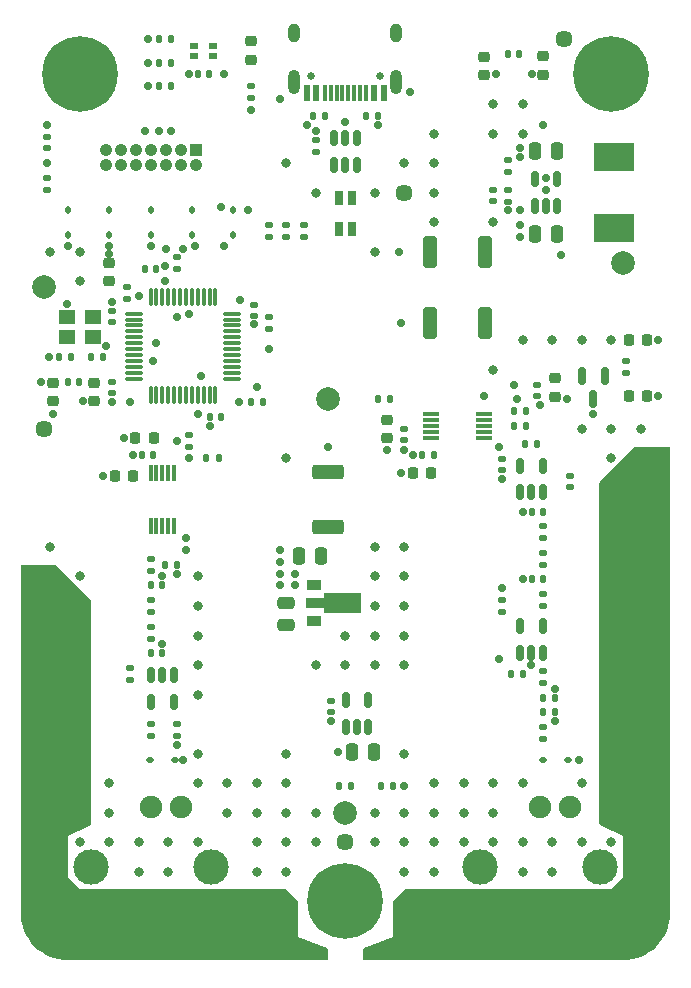
<source format=gts>
%TF.GenerationSoftware,KiCad,Pcbnew,7.0.8*%
%TF.CreationDate,2024-04-22T21:24:51+09:00*%
%TF.ProjectId,MixedSignalKicad,4d697865-6453-4696-976e-616c4b696361,1.0*%
%TF.SameCoordinates,Original*%
%TF.FileFunction,Soldermask,Top*%
%TF.FilePolarity,Negative*%
%FSLAX46Y46*%
G04 Gerber Fmt 4.6, Leading zero omitted, Abs format (unit mm)*
G04 Created by KiCad (PCBNEW 7.0.8) date 2024-04-22 21:24:51*
%MOMM*%
%LPD*%
G01*
G04 APERTURE LIST*
G04 Aperture macros list*
%AMRoundRect*
0 Rectangle with rounded corners*
0 $1 Rounding radius*
0 $2 $3 $4 $5 $6 $7 $8 $9 X,Y pos of 4 corners*
0 Add a 4 corners polygon primitive as box body*
4,1,4,$2,$3,$4,$5,$6,$7,$8,$9,$2,$3,0*
0 Add four circle primitives for the rounded corners*
1,1,$1+$1,$2,$3*
1,1,$1+$1,$4,$5*
1,1,$1+$1,$6,$7*
1,1,$1+$1,$8,$9*
0 Add four rect primitives between the rounded corners*
20,1,$1+$1,$2,$3,$4,$5,0*
20,1,$1+$1,$4,$5,$6,$7,0*
20,1,$1+$1,$6,$7,$8,$9,0*
20,1,$1+$1,$8,$9,$2,$3,0*%
%AMFreePoly0*
4,1,9,3.862500,-0.866500,0.737500,-0.866500,0.737500,-0.450000,-0.737500,-0.450000,-0.737500,0.450000,0.737500,0.450000,0.737500,0.866500,3.862500,0.866500,3.862500,-0.866500,3.862500,-0.866500,$1*%
G04 Aperture macros list end*
%ADD10RoundRect,0.225000X0.225000X0.250000X-0.225000X0.250000X-0.225000X-0.250000X0.225000X-0.250000X0*%
%ADD11RoundRect,0.218750X0.256250X-0.218750X0.256250X0.218750X-0.256250X0.218750X-0.256250X-0.218750X0*%
%ADD12RoundRect,0.112500X-0.187500X-0.112500X0.187500X-0.112500X0.187500X0.112500X-0.187500X0.112500X0*%
%ADD13RoundRect,0.135000X0.185000X-0.135000X0.185000X0.135000X-0.185000X0.135000X-0.185000X-0.135000X0*%
%ADD14RoundRect,0.250000X-0.362500X-1.075000X0.362500X-1.075000X0.362500X1.075000X-0.362500X1.075000X0*%
%ADD15RoundRect,0.250000X1.075000X-0.362500X1.075000X0.362500X-1.075000X0.362500X-1.075000X-0.362500X0*%
%ADD16C,1.900000*%
%ADD17C,3.000000*%
%ADD18RoundRect,0.140000X-0.170000X0.140000X-0.170000X-0.140000X0.170000X-0.140000X0.170000X0.140000X0*%
%ADD19RoundRect,0.150000X-0.150000X0.512500X-0.150000X-0.512500X0.150000X-0.512500X0.150000X0.512500X0*%
%ADD20R,3.500000X2.350000*%
%ADD21C,0.800000*%
%ADD22C,6.400000*%
%ADD23RoundRect,0.135000X0.135000X0.185000X-0.135000X0.185000X-0.135000X-0.185000X0.135000X-0.185000X0*%
%ADD24C,2.000000*%
%ADD25C,1.448000*%
%ADD26RoundRect,0.140000X0.140000X0.170000X-0.140000X0.170000X-0.140000X-0.170000X0.140000X-0.170000X0*%
%ADD27RoundRect,0.225000X-0.225000X-0.250000X0.225000X-0.250000X0.225000X0.250000X-0.225000X0.250000X0*%
%ADD28RoundRect,0.250000X0.250000X0.475000X-0.250000X0.475000X-0.250000X-0.475000X0.250000X-0.475000X0*%
%ADD29RoundRect,0.135000X-0.185000X0.135000X-0.185000X-0.135000X0.185000X-0.135000X0.185000X0.135000X0*%
%ADD30RoundRect,0.140000X0.170000X-0.140000X0.170000X0.140000X-0.170000X0.140000X-0.170000X-0.140000X0*%
%ADD31RoundRect,0.147500X0.147500X0.172500X-0.147500X0.172500X-0.147500X-0.172500X0.147500X-0.172500X0*%
%ADD32R,1.400000X1.200000*%
%ADD33RoundRect,0.112500X-0.112500X0.187500X-0.112500X-0.187500X0.112500X-0.187500X0.112500X0.187500X0*%
%ADD34RoundRect,0.150000X0.150000X-0.512500X0.150000X0.512500X-0.150000X0.512500X-0.150000X-0.512500X0*%
%ADD35RoundRect,0.135000X-0.135000X-0.185000X0.135000X-0.185000X0.135000X0.185000X-0.135000X0.185000X0*%
%ADD36C,0.650000*%
%ADD37R,0.600000X1.450000*%
%ADD38R,0.300000X1.450000*%
%ADD39O,1.000000X2.100000*%
%ADD40O,1.000000X1.600000*%
%ADD41R,1.070000X1.070000*%
%ADD42C,1.070000*%
%ADD43RoundRect,0.150000X-0.150000X0.587500X-0.150000X-0.587500X0.150000X-0.587500X0.150000X0.587500X0*%
%ADD44RoundRect,0.225000X-0.250000X0.225000X-0.250000X-0.225000X0.250000X-0.225000X0.250000X0.225000X0*%
%ADD45R,1.300000X0.900000*%
%ADD46FreePoly0,0.000000*%
%ADD47R,0.300000X1.375000*%
%ADD48RoundRect,0.140000X-0.140000X-0.170000X0.140000X-0.170000X0.140000X0.170000X-0.140000X0.170000X0*%
%ADD49RoundRect,0.075000X-0.662500X-0.075000X0.662500X-0.075000X0.662500X0.075000X-0.662500X0.075000X0*%
%ADD50RoundRect,0.075000X-0.075000X-0.662500X0.075000X-0.662500X0.075000X0.662500X-0.075000X0.662500X0*%
%ADD51RoundRect,0.250000X0.475000X-0.250000X0.475000X0.250000X-0.475000X0.250000X-0.475000X-0.250000X0*%
%ADD52R,0.800000X0.550000*%
%ADD53RoundRect,0.225000X0.250000X-0.225000X0.250000X0.225000X-0.250000X0.225000X-0.250000X-0.225000X0*%
%ADD54RoundRect,0.147500X-0.147500X-0.172500X0.147500X-0.172500X0.147500X0.172500X-0.147500X0.172500X0*%
%ADD55R,1.375000X0.300000*%
%ADD56R,0.700000X1.200000*%
%ADD57C,0.700000*%
G04 APERTURE END LIST*
D10*
%TO.C,C402*%
X129525000Y-89000000D03*
X127975000Y-89000000D03*
%TD*%
D11*
%TO.C,D100*%
X139500000Y-53750000D03*
X139500000Y-52175000D03*
%TD*%
D12*
%TO.C,D400*%
X130950000Y-113000000D03*
X133050000Y-113000000D03*
%TD*%
D13*
%TO.C,R402*%
X131000000Y-97010000D03*
X131000000Y-95990000D03*
%TD*%
D14*
%TO.C,R105*%
X154687500Y-70000000D03*
X159312500Y-70000000D03*
%TD*%
D15*
%TO.C,R102*%
X146000000Y-93312500D03*
X146000000Y-88687500D03*
%TD*%
D16*
%TO.C,J300*%
X164000000Y-117000000D03*
D17*
X169080000Y-122080000D03*
D16*
X166540000Y-117000000D03*
D17*
X158920000Y-122080000D03*
%TD*%
D18*
%TO.C,C314*%
X152500000Y-85020000D03*
X152500000Y-85980000D03*
%TD*%
D19*
%TO.C,U201*%
X148450000Y-60410000D03*
X147500000Y-60410000D03*
X146550000Y-60410000D03*
X146550000Y-62685000D03*
X147500000Y-62685000D03*
X148450000Y-62685000D03*
%TD*%
D20*
%TO.C,L101*%
X170250000Y-61975000D03*
X170250000Y-68025000D03*
%TD*%
D21*
%TO.C,H2*%
X170000000Y-52600000D03*
X171697056Y-53302944D03*
X168302944Y-53302944D03*
X172400000Y-55000000D03*
D22*
X170000000Y-55000000D03*
D21*
X167600000Y-55000000D03*
X171697056Y-56697056D03*
X168302944Y-56697056D03*
X170000000Y-57400000D03*
%TD*%
D23*
%TO.C,R206*%
X145760000Y-58547500D03*
X144740000Y-58547500D03*
%TD*%
D10*
%TO.C,C312*%
X154775000Y-88750000D03*
X153225000Y-88750000D03*
%TD*%
D24*
%TO.C,Fiducial3*%
X146000000Y-82500000D03*
%TD*%
D25*
%TO.C,Tooling-Hole1*%
X122000000Y-85000000D03*
%TD*%
D26*
%TO.C,C307*%
X162750000Y-84750000D03*
X161790000Y-84750000D03*
%TD*%
D18*
%TO.C,C405*%
X129250000Y-105270000D03*
X129250000Y-106230000D03*
%TD*%
D27*
%TO.C,C309*%
X171475000Y-82250000D03*
X173025000Y-82250000D03*
%TD*%
D26*
%TO.C,C401*%
X131230000Y-87250000D03*
X130270000Y-87250000D03*
%TD*%
%TO.C,C313*%
X154980000Y-87250000D03*
X154020000Y-87250000D03*
%TD*%
D28*
%TO.C,C107*%
X149950000Y-112362500D03*
X148050000Y-112362500D03*
%TD*%
D24*
%TO.C,Fiducial1*%
X122000000Y-73000000D03*
%TD*%
D26*
%TO.C,C202*%
X136980000Y-84000000D03*
X136020000Y-84000000D03*
%TD*%
D29*
%TO.C,R305*%
X164250000Y-93240000D03*
X164250000Y-94260000D03*
%TD*%
D30*
%TO.C,C302*%
X160750000Y-100480000D03*
X160750000Y-99520000D03*
%TD*%
D31*
%TO.C,L200*%
X124985000Y-81000000D03*
X124015000Y-81000000D03*
%TD*%
D32*
%TO.C,Y200*%
X126100000Y-75550000D03*
X123900000Y-75550000D03*
X123900000Y-77250000D03*
X126100000Y-77250000D03*
%TD*%
D16*
%TO.C,J400*%
X131000000Y-117000000D03*
D17*
X136080000Y-122080000D03*
D16*
X133540000Y-117000000D03*
D17*
X125920000Y-122080000D03*
%TD*%
D23*
%TO.C,R301*%
X165260000Y-109000000D03*
X164240000Y-109000000D03*
%TD*%
D33*
%TO.C,D203*%
X131000000Y-66450000D03*
X131000000Y-68550000D03*
%TD*%
D23*
%TO.C,R302*%
X162510000Y-105750000D03*
X161490000Y-105750000D03*
%TD*%
D26*
%TO.C,C303*%
X164250000Y-97750000D03*
X163290000Y-97750000D03*
%TD*%
D30*
%TO.C,C212*%
X122250000Y-61230000D03*
X122250000Y-60270000D03*
%TD*%
D34*
%TO.C,U101*%
X163550000Y-66137500D03*
X164500000Y-66137500D03*
X165450000Y-66137500D03*
X165450000Y-63862500D03*
X163550000Y-63862500D03*
%TD*%
D13*
%TO.C,R404*%
X131000000Y-102770000D03*
X131000000Y-101750000D03*
%TD*%
D35*
%TO.C,R207*%
X131740000Y-56000000D03*
X132760000Y-56000000D03*
%TD*%
D25*
%TO.C,Tooling-Hole4*%
X152500000Y-65000000D03*
%TD*%
D35*
%TO.C,R208*%
X131740000Y-54000000D03*
X132760000Y-54000000D03*
%TD*%
%TO.C,R401*%
X132240000Y-96500000D03*
X133260000Y-96500000D03*
%TD*%
D36*
%TO.C,J200*%
X150390000Y-55100000D03*
X144610000Y-55100000D03*
D37*
X150750000Y-56545000D03*
X149950000Y-56545000D03*
D38*
X148750000Y-56545000D03*
X147750000Y-56545000D03*
X147250000Y-56545000D03*
X146250000Y-56545000D03*
D37*
X145050000Y-56545000D03*
X144250000Y-56545000D03*
X144250000Y-56545000D03*
X145050000Y-56545000D03*
D38*
X145750000Y-56545000D03*
X146750000Y-56545000D03*
X148250000Y-56545000D03*
X149250000Y-56545000D03*
D37*
X149950000Y-56545000D03*
X150750000Y-56545000D03*
D39*
X151820000Y-55630000D03*
D40*
X151820000Y-51450000D03*
D39*
X143180000Y-55630000D03*
D40*
X143180000Y-51450000D03*
%TD*%
D23*
%TO.C,R201*%
X127010000Y-78900000D03*
X125990000Y-78900000D03*
%TD*%
D13*
%TO.C,R210*%
X144000000Y-68760000D03*
X144000000Y-67740000D03*
%TD*%
D29*
%TO.C,R400*%
X134250000Y-85490000D03*
X134250000Y-86510000D03*
%TD*%
D35*
%TO.C,R309*%
X150240000Y-82500000D03*
X151260000Y-82500000D03*
%TD*%
D41*
%TO.C,J201*%
X134810000Y-61365000D03*
D42*
X134810000Y-62635000D03*
X133540000Y-61365000D03*
X133540000Y-62635000D03*
X132270000Y-61365000D03*
X132270000Y-62635000D03*
X131000000Y-61365000D03*
X131000000Y-62635000D03*
X129730000Y-61365000D03*
X129730000Y-62635000D03*
X128460000Y-61365000D03*
X128460000Y-62635000D03*
X127190000Y-61365000D03*
X127190000Y-62635000D03*
%TD*%
D28*
%TO.C,C104*%
X165450000Y-61500000D03*
X163550000Y-61500000D03*
%TD*%
D43*
%TO.C,U302*%
X169450000Y-80562500D03*
X167550000Y-80562500D03*
X168500000Y-82437500D03*
%TD*%
D29*
%TO.C,R300*%
X164250000Y-110240000D03*
X164250000Y-111260000D03*
%TD*%
D44*
%TO.C,C310*%
X165250000Y-80725000D03*
X165250000Y-82275000D03*
%TD*%
D35*
%TO.C,R306*%
X162730000Y-86250000D03*
X163750000Y-86250000D03*
%TD*%
D26*
%TO.C,C211*%
X135980000Y-55000000D03*
X135020000Y-55000000D03*
%TD*%
%TO.C,C209*%
X124230000Y-78900000D03*
X123270000Y-78900000D03*
%TD*%
D45*
%TO.C,U100*%
X144800000Y-98250000D03*
D46*
X144887500Y-99750000D03*
D45*
X144800000Y-101250000D03*
%TD*%
D18*
%TO.C,C205*%
X127750000Y-81020000D03*
X127750000Y-81980000D03*
%TD*%
D35*
%TO.C,R209*%
X131740000Y-52000000D03*
X132760000Y-52000000D03*
%TD*%
D24*
%TO.C,Fiducial2*%
X171000000Y-71000000D03*
%TD*%
D18*
%TO.C,C311*%
X163750000Y-81270000D03*
X163750000Y-82230000D03*
%TD*%
D47*
%TO.C,U400*%
X131000000Y-93237500D03*
X131500000Y-93237500D03*
X132000000Y-93237500D03*
X132500000Y-93237500D03*
X133000000Y-93237500D03*
X133000000Y-88762500D03*
X132500000Y-88762500D03*
X132000000Y-88762500D03*
X131500000Y-88762500D03*
X131000000Y-88762500D03*
%TD*%
D34*
%TO.C,U102*%
X147550000Y-110250000D03*
X148500000Y-110250000D03*
X149450000Y-110250000D03*
X149450000Y-107975000D03*
X147550000Y-107975000D03*
%TD*%
D18*
%TO.C,C406*%
X133250000Y-110020000D03*
X133250000Y-110980000D03*
%TD*%
D33*
%TO.C,D201*%
X138000000Y-66450000D03*
X138000000Y-68550000D03*
%TD*%
D48*
%TO.C,C404*%
X131040000Y-104000000D03*
X132000000Y-104000000D03*
%TD*%
D12*
%TO.C,D300*%
X164250000Y-113000000D03*
X166350000Y-113000000D03*
%TD*%
D29*
%TO.C,R103*%
X161250000Y-64740000D03*
X161250000Y-65760000D03*
%TD*%
D49*
%TO.C,U200*%
X129587500Y-75250000D03*
X129587500Y-75750000D03*
X129587500Y-76250000D03*
X129587500Y-76750000D03*
X129587500Y-77250000D03*
X129587500Y-77750000D03*
X129587500Y-78250000D03*
X129587500Y-78750000D03*
X129587500Y-79250000D03*
X129587500Y-79750000D03*
X129587500Y-80250000D03*
X129587500Y-80750000D03*
D50*
X131000000Y-82162500D03*
X131500000Y-82162500D03*
X132000000Y-82162500D03*
X132500000Y-82162500D03*
X133000000Y-82162500D03*
X133500000Y-82162500D03*
X134000000Y-82162500D03*
X134500000Y-82162500D03*
X135000000Y-82162500D03*
X135500000Y-82162500D03*
X136000000Y-82162500D03*
X136500000Y-82162500D03*
D49*
X137912500Y-80750000D03*
X137912500Y-80250000D03*
X137912500Y-79750000D03*
X137912500Y-79250000D03*
X137912500Y-78750000D03*
X137912500Y-78250000D03*
X137912500Y-77750000D03*
X137912500Y-77250000D03*
X137912500Y-76750000D03*
X137912500Y-76250000D03*
X137912500Y-75750000D03*
X137912500Y-75250000D03*
D50*
X136500000Y-73837500D03*
X136000000Y-73837500D03*
X135500000Y-73837500D03*
X135000000Y-73837500D03*
X134500000Y-73837500D03*
X134000000Y-73837500D03*
X133500000Y-73837500D03*
X133000000Y-73837500D03*
X132500000Y-73837500D03*
X132000000Y-73837500D03*
X131500000Y-73837500D03*
X131000000Y-73837500D03*
%TD*%
D19*
%TO.C,U401*%
X132950000Y-105862500D03*
X132000000Y-105862500D03*
X131050000Y-105862500D03*
X131050000Y-108137500D03*
X132950000Y-108137500D03*
%TD*%
D34*
%TO.C,U301*%
X162300000Y-90387500D03*
X163250000Y-90387500D03*
X164200000Y-90387500D03*
X164200000Y-88112500D03*
X162300000Y-88112500D03*
%TD*%
D24*
%TO.C,Fiducial4*%
X147500000Y-117500000D03*
%TD*%
D29*
%TO.C,R303*%
X164250000Y-98990000D03*
X164250000Y-100010000D03*
%TD*%
D23*
%TO.C,R108*%
X151510000Y-115250000D03*
X150490000Y-115250000D03*
%TD*%
D18*
%TO.C,C301*%
X164250000Y-105520000D03*
X164250000Y-106480000D03*
%TD*%
D33*
%TO.C,D204*%
X127500000Y-66450000D03*
X127500000Y-68550000D03*
%TD*%
D30*
%TO.C,C106*%
X160000000Y-65730000D03*
X160000000Y-64770000D03*
%TD*%
D13*
%TO.C,R211*%
X142500000Y-68770000D03*
X142500000Y-67750000D03*
%TD*%
D26*
%TO.C,C304*%
X164250000Y-92000000D03*
X163290000Y-92000000D03*
%TD*%
D44*
%TO.C,C315*%
X151000000Y-84245000D03*
X151000000Y-85795000D03*
%TD*%
D18*
%TO.C,C306*%
X160750000Y-87540000D03*
X160750000Y-88500000D03*
%TD*%
D44*
%TO.C,C207*%
X122750000Y-81100000D03*
X122750000Y-82650000D03*
%TD*%
D21*
%TO.C,H3*%
X147500000Y-122600000D03*
X149197056Y-123302944D03*
X145802944Y-123302944D03*
X149900000Y-125000000D03*
D22*
X147500000Y-125000000D03*
D21*
X145100000Y-125000000D03*
X149197056Y-126697056D03*
X145802944Y-126697056D03*
X147500000Y-127400000D03*
%TD*%
D13*
%TO.C,R403*%
X131000000Y-100510000D03*
X131000000Y-99490000D03*
%TD*%
D29*
%TO.C,R304*%
X164250000Y-95490000D03*
X164250000Y-96510000D03*
%TD*%
D23*
%TO.C,R107*%
X148010000Y-115250000D03*
X146990000Y-115250000D03*
%TD*%
D48*
%TO.C,C204*%
X130520000Y-71500000D03*
X131480000Y-71500000D03*
%TD*%
D25*
%TO.C,Tooling-Hole3*%
X147500000Y-120000000D03*
%TD*%
D13*
%TO.C,R308*%
X171250000Y-80260000D03*
X171250000Y-79240000D03*
%TD*%
D14*
%TO.C,R101*%
X154687500Y-76000000D03*
X159312500Y-76000000D03*
%TD*%
D13*
%TO.C,R405*%
X131000000Y-111010000D03*
X131000000Y-109990000D03*
%TD*%
D33*
%TO.C,D205*%
X124000000Y-66450000D03*
X124000000Y-68550000D03*
%TD*%
%TO.C,D202*%
X134500000Y-66450000D03*
X134500000Y-68550000D03*
%TD*%
D34*
%TO.C,U300*%
X162300000Y-104000000D03*
X163250000Y-104000000D03*
X164200000Y-104000000D03*
X164200000Y-101725000D03*
X162300000Y-101725000D03*
%TD*%
D44*
%TO.C,C206*%
X126250000Y-81100000D03*
X126250000Y-82650000D03*
%TD*%
D18*
%TO.C,C203*%
X139750000Y-74520000D03*
X139750000Y-75480000D03*
%TD*%
D51*
%TO.C,C103*%
X142500000Y-101650000D03*
X142500000Y-99750000D03*
%TD*%
D35*
%TO.C,R205*%
X149240000Y-58547500D03*
X150260000Y-58547500D03*
%TD*%
D52*
%TO.C,D200*%
X134700000Y-53450000D03*
X134700000Y-52550000D03*
X136300000Y-52550000D03*
X136300000Y-53450000D03*
%TD*%
D48*
%TO.C,C300*%
X164270000Y-107750000D03*
X165230000Y-107750000D03*
%TD*%
D18*
%TO.C,C108*%
X146250000Y-108020000D03*
X146250000Y-108980000D03*
%TD*%
D23*
%TO.C,R203*%
X136760000Y-87500000D03*
X135740000Y-87500000D03*
%TD*%
D48*
%TO.C,C403*%
X131000000Y-98250000D03*
X131960000Y-98250000D03*
%TD*%
D27*
%TO.C,C308*%
X171475000Y-77500000D03*
X173025000Y-77500000D03*
%TD*%
D30*
%TO.C,C210*%
X145000000Y-61527500D03*
X145000000Y-60567500D03*
%TD*%
D25*
%TO.C,Tooling-Hole2*%
X166000000Y-52000000D03*
%TD*%
D29*
%TO.C,R104*%
X161250000Y-62240000D03*
X161250000Y-63260000D03*
%TD*%
%TO.C,R204*%
X141000000Y-75490000D03*
X141000000Y-76510000D03*
%TD*%
D44*
%TO.C,C100*%
X159265000Y-53500000D03*
X159265000Y-55050000D03*
%TD*%
D53*
%TO.C,C200*%
X127500000Y-72525000D03*
X127500000Y-70975000D03*
%TD*%
D23*
%TO.C,R307*%
X162760000Y-83500000D03*
X161740000Y-83500000D03*
%TD*%
D21*
%TO.C,H1*%
X122600000Y-55000000D03*
X123302944Y-53302944D03*
X123302944Y-56697056D03*
X125000000Y-52600000D03*
D22*
X125000000Y-55000000D03*
D21*
X125000000Y-57400000D03*
X126697056Y-53302944D03*
X126697056Y-56697056D03*
X127400000Y-55000000D03*
%TD*%
D13*
%TO.C,R106*%
X139500000Y-57010000D03*
X139500000Y-55990000D03*
%TD*%
D35*
%TO.C,R202*%
X139490000Y-82750000D03*
X140510000Y-82750000D03*
%TD*%
D28*
%TO.C,C105*%
X165450000Y-68500000D03*
X163550000Y-68500000D03*
%TD*%
D54*
%TO.C,L100*%
X161265000Y-53250000D03*
X162235000Y-53250000D03*
%TD*%
D13*
%TO.C,R212*%
X141000000Y-68760000D03*
X141000000Y-67740000D03*
%TD*%
D55*
%TO.C,U303*%
X159237500Y-85750000D03*
X159237500Y-85250000D03*
X159237500Y-84750000D03*
X159237500Y-84250000D03*
X159237500Y-83750000D03*
X154762500Y-83750000D03*
X154762500Y-84250000D03*
X154762500Y-84750000D03*
X154762500Y-85250000D03*
X154762500Y-85750000D03*
%TD*%
D10*
%TO.C,C400*%
X131275000Y-85750000D03*
X129725000Y-85750000D03*
%TD*%
D13*
%TO.C,R200*%
X133250000Y-71500000D03*
X133250000Y-70480000D03*
%TD*%
D29*
%TO.C,R213*%
X122250000Y-63740000D03*
X122250000Y-64760000D03*
%TD*%
D30*
%TO.C,C208*%
X127750000Y-75980000D03*
X127750000Y-75020000D03*
%TD*%
%TO.C,C305*%
X166500000Y-89960000D03*
X166500000Y-89000000D03*
%TD*%
D28*
%TO.C,C102*%
X145450000Y-95750000D03*
X143550000Y-95750000D03*
%TD*%
D44*
%TO.C,C101*%
X164265000Y-53475000D03*
X164265000Y-55025000D03*
%TD*%
D56*
%TO.C,L201*%
X148050000Y-65425000D03*
X146950000Y-65425000D03*
X146950000Y-68075000D03*
X148050000Y-68075000D03*
%TD*%
D30*
%TO.C,C201*%
X129000000Y-73980000D03*
X129000000Y-73020000D03*
%TD*%
D57*
X159250000Y-82250000D03*
D21*
X122500000Y-107500000D03*
X172500000Y-125000000D03*
X125000000Y-72500000D03*
D57*
X134750000Y-69500000D03*
D21*
X172500000Y-110000000D03*
X165000000Y-120000000D03*
X142500000Y-122500000D03*
D57*
X152250000Y-88750000D03*
D21*
X145000000Y-65000000D03*
X125000000Y-115000000D03*
D57*
X127500000Y-70199503D03*
X133250000Y-111750000D03*
D21*
X140000000Y-117500000D03*
X135000000Y-125000000D03*
X122500000Y-115000000D03*
X167500000Y-127500000D03*
X157500000Y-125000000D03*
D57*
X146862500Y-112362500D03*
D21*
X137500000Y-125000000D03*
X147500000Y-105000000D03*
X150000000Y-117500000D03*
X127500000Y-115000000D03*
X135000000Y-100000000D03*
D57*
X127250000Y-78000000D03*
X142000000Y-95250000D03*
D21*
X170000000Y-112500000D03*
X122500000Y-112500000D03*
X155000000Y-122500000D03*
X125000000Y-117500000D03*
X122500000Y-120000000D03*
X172500000Y-115000000D03*
X140000000Y-127500000D03*
X170000000Y-117500000D03*
X145000000Y-105000000D03*
X142500000Y-112500000D03*
X170000000Y-100000000D03*
X142500000Y-127500000D03*
X155000000Y-65000000D03*
X145000000Y-120000000D03*
X162500000Y-115000000D03*
X142500000Y-62500000D03*
D57*
X142000000Y-96250000D03*
D21*
X152500000Y-95000000D03*
X172500000Y-122500000D03*
X142500000Y-125000000D03*
X140000000Y-125000000D03*
D57*
X128750000Y-85750000D03*
X127750000Y-82750000D03*
D21*
X170000000Y-127500000D03*
D57*
X145000000Y-59817500D03*
D21*
X160000000Y-117500000D03*
X165000000Y-125000000D03*
D57*
X143250000Y-97250000D03*
D21*
X122500000Y-110000000D03*
X122500000Y-127500000D03*
X125000000Y-112500000D03*
X150000000Y-105000000D03*
X165000000Y-127500000D03*
X125000000Y-120000000D03*
X122500000Y-100000000D03*
X167500000Y-125000000D03*
X152500000Y-102500000D03*
D57*
X127500000Y-69500000D03*
D21*
X165000000Y-77500000D03*
X172500000Y-95000000D03*
X125000000Y-110000000D03*
D57*
X152500000Y-115250000D03*
D21*
X170000000Y-115000000D03*
X155000000Y-62500000D03*
X122500000Y-125000000D03*
X172500000Y-102500000D03*
D57*
X162250000Y-62000000D03*
D21*
X155000000Y-127500000D03*
X125000000Y-97500000D03*
X135000000Y-112500000D03*
X170000000Y-105000000D03*
X150000000Y-100000000D03*
X132500000Y-122500000D03*
X170000000Y-85000000D03*
X160000000Y-127500000D03*
D57*
X129500000Y-87250000D03*
D21*
X152500000Y-125000000D03*
X160000000Y-115000000D03*
X152500000Y-127500000D03*
X160000000Y-57500000D03*
D57*
X147500000Y-59047500D03*
D21*
X135000000Y-127500000D03*
D57*
X153000000Y-56500000D03*
X162500000Y-92000000D03*
X160750000Y-98500000D03*
D21*
X125000000Y-100000000D03*
D57*
X132000000Y-97500000D03*
D21*
X122500000Y-117500000D03*
X170000000Y-87500000D03*
X142500000Y-87500000D03*
X150000000Y-95000000D03*
D57*
X125250000Y-82650000D03*
X122250000Y-59250000D03*
X163265000Y-55000000D03*
D21*
X167500000Y-85000000D03*
X135000000Y-120000000D03*
D57*
X152500000Y-86770000D03*
X174000000Y-82250000D03*
D21*
X125000000Y-107500000D03*
D57*
X164000000Y-83000000D03*
D21*
X132500000Y-125000000D03*
D57*
X174000000Y-77500000D03*
D21*
X132500000Y-127500000D03*
X155000000Y-60000000D03*
D57*
X160750000Y-89250000D03*
X164500000Y-64750000D03*
D21*
X155000000Y-125000000D03*
X125000000Y-102500000D03*
X130000000Y-125000000D03*
X162500000Y-122500000D03*
D57*
X130000000Y-73750000D03*
D21*
X160000000Y-80000000D03*
X170000000Y-77500000D03*
X157500000Y-120000000D03*
D57*
X131000000Y-69500000D03*
D21*
X137500000Y-115000000D03*
X140000000Y-122500000D03*
X165000000Y-122500000D03*
X145000000Y-117500000D03*
D57*
X166247176Y-82508473D03*
X127000000Y-89000000D03*
D21*
X172500000Y-97500000D03*
X172500000Y-107500000D03*
X167500000Y-120000000D03*
X142500000Y-115000000D03*
D57*
X167250000Y-113000000D03*
X133250000Y-97250000D03*
D21*
X170000000Y-107500000D03*
D57*
X131250000Y-79250000D03*
D21*
X172500000Y-120000000D03*
X160000000Y-60000000D03*
D57*
X122400000Y-78900000D03*
D21*
X157500000Y-115000000D03*
D57*
X139500000Y-58000000D03*
X144250000Y-59297500D03*
D21*
X162500000Y-77500000D03*
X150000000Y-65000000D03*
X170000000Y-92500000D03*
X152500000Y-112500000D03*
X172500000Y-112500000D03*
D57*
X151000000Y-86770000D03*
D21*
X167500000Y-77500000D03*
D57*
X124000000Y-69500000D03*
X142000000Y-98250000D03*
X134250000Y-55000000D03*
X143250000Y-98250000D03*
X150250000Y-59297500D03*
D21*
X127500000Y-120000000D03*
X170000000Y-97500000D03*
X155000000Y-120000000D03*
X172500000Y-87500000D03*
X127500000Y-117500000D03*
X172500000Y-85000000D03*
D57*
X153250000Y-87250000D03*
D21*
X125000000Y-127500000D03*
X172500000Y-100000000D03*
X142500000Y-120000000D03*
X152500000Y-100000000D03*
D57*
X162500000Y-97750000D03*
D21*
X122500000Y-122500000D03*
D57*
X165250000Y-107000000D03*
D21*
X170000000Y-102500000D03*
X147500000Y-102500000D03*
X122500000Y-95000000D03*
X150000000Y-97500000D03*
X152500000Y-122500000D03*
X130000000Y-120000000D03*
D57*
X162250000Y-61250000D03*
D21*
X172500000Y-117500000D03*
X127500000Y-127500000D03*
D57*
X123900000Y-74400000D03*
D21*
X172500000Y-105000000D03*
D57*
X162250000Y-67750000D03*
D21*
X172500000Y-90000000D03*
X150000000Y-70000000D03*
X155000000Y-115000000D03*
X157500000Y-127500000D03*
X170000000Y-125000000D03*
X137500000Y-127500000D03*
D57*
X165250000Y-109750000D03*
X133750000Y-69750000D03*
D21*
X125000000Y-125000000D03*
D57*
X132000000Y-103250000D03*
X164500000Y-63750000D03*
D21*
X172500000Y-127500000D03*
X135000000Y-115000000D03*
D57*
X162250000Y-68750000D03*
D21*
X170000000Y-110000000D03*
D57*
X160265000Y-55000000D03*
D21*
X170000000Y-90000000D03*
X125000000Y-70000000D03*
X157500000Y-117500000D03*
X132500000Y-120000000D03*
X152500000Y-105000000D03*
X162500000Y-57500000D03*
X152500000Y-62500000D03*
D57*
X127750000Y-74250000D03*
X139750000Y-76125500D03*
X168500000Y-83750000D03*
D21*
X122500000Y-102500000D03*
D57*
X132250000Y-71250000D03*
D21*
X135000000Y-97500000D03*
X150000000Y-102500000D03*
X135000000Y-105000000D03*
D57*
X122750000Y-83750000D03*
D21*
X125000000Y-105000000D03*
D57*
X133750000Y-113000000D03*
D21*
X130000000Y-122500000D03*
X152500000Y-120000000D03*
X170000000Y-120000000D03*
X130000000Y-127500000D03*
X162500000Y-125000000D03*
D57*
X142000000Y-97250000D03*
D21*
X122500000Y-97500000D03*
X160000000Y-120000000D03*
X167500000Y-115000000D03*
X152500000Y-97500000D03*
D57*
X130500000Y-59750000D03*
D21*
X137500000Y-117500000D03*
X122500000Y-105000000D03*
D57*
X132750000Y-59750000D03*
D21*
X160000000Y-67500000D03*
X135000000Y-107500000D03*
D57*
X146250000Y-109750000D03*
D21*
X170000000Y-95000000D03*
D57*
X131750000Y-59750000D03*
X137250000Y-69500000D03*
D21*
X172500000Y-92500000D03*
X162500000Y-60000000D03*
X150000000Y-120000000D03*
D57*
X163250000Y-105000000D03*
D21*
X155000000Y-67500000D03*
X162500000Y-127500000D03*
X162500000Y-120000000D03*
X127500000Y-125000000D03*
X140000000Y-115000000D03*
X135000000Y-102500000D03*
D57*
X136000000Y-84750000D03*
D21*
X155000000Y-117500000D03*
X160000000Y-125000000D03*
X152500000Y-117500000D03*
X122500000Y-70000000D03*
X140000000Y-120000000D03*
D57*
X142000000Y-57047500D03*
D21*
X142500000Y-117500000D03*
D57*
X162250000Y-66500000D03*
X164250000Y-59250000D03*
X137250000Y-55000000D03*
X121750000Y-81000000D03*
X138500000Y-82750000D03*
X129250000Y-82750000D03*
X139250000Y-66500000D03*
X152000000Y-70000000D03*
X138565516Y-74065516D03*
X137000000Y-66250000D03*
X132350497Y-69750000D03*
X122250000Y-62500000D03*
X131500000Y-77750000D03*
X161760050Y-81250000D03*
X160500000Y-86500000D03*
X141000000Y-78250000D03*
X140000000Y-81500000D03*
X133244978Y-86000698D03*
X134250000Y-87500000D03*
X132250000Y-72500000D03*
X130750000Y-56000000D03*
X134250000Y-75250000D03*
X130750000Y-54000000D03*
X130750000Y-52000000D03*
X133250000Y-75500000D03*
X162000000Y-82500000D03*
X160500000Y-104500000D03*
X135000000Y-83750000D03*
X134000000Y-94250000D03*
X134000000Y-95250000D03*
X135250000Y-80500000D03*
X161250000Y-66500000D03*
X165750000Y-70250000D03*
X146000000Y-86500000D03*
X152250000Y-76000000D03*
G36*
X123015677Y-96519685D02*
G01*
X123036319Y-96536319D01*
X125963681Y-99463681D01*
X125997166Y-99525004D01*
X126000000Y-99551362D01*
X126000000Y-118423363D01*
X125980315Y-118490402D01*
X125931455Y-118534272D01*
X124000000Y-119499999D01*
X124000000Y-123000000D01*
X125000000Y-124000000D01*
X142448638Y-124000000D01*
X142515677Y-124019685D01*
X142536319Y-124036319D01*
X143463681Y-124963681D01*
X143497166Y-125025004D01*
X143500000Y-125051362D01*
X143500000Y-128000000D01*
X145922052Y-128968820D01*
X145976986Y-129011994D01*
X145999858Y-129078015D01*
X146000000Y-129083951D01*
X146000000Y-129876000D01*
X145980315Y-129943039D01*
X145927511Y-129988794D01*
X145876000Y-130000000D01*
X124001529Y-130000000D01*
X123998486Y-129999925D01*
X123610973Y-129980887D01*
X123604914Y-129980291D01*
X123222654Y-129923587D01*
X123216683Y-129922400D01*
X122841809Y-129828499D01*
X122835983Y-129826732D01*
X122472144Y-129696548D01*
X122466519Y-129694218D01*
X122117162Y-129528985D01*
X122111793Y-129526115D01*
X121780337Y-129327447D01*
X121775275Y-129324065D01*
X121464870Y-129093853D01*
X121460164Y-129089991D01*
X121173830Y-128830474D01*
X121169525Y-128826169D01*
X120910008Y-128539835D01*
X120906146Y-128535129D01*
X120675934Y-128224724D01*
X120672552Y-128219662D01*
X120473884Y-127888206D01*
X120471014Y-127882837D01*
X120305781Y-127533480D01*
X120303451Y-127527855D01*
X120173267Y-127164016D01*
X120171500Y-127158190D01*
X120077599Y-126783316D01*
X120076412Y-126777345D01*
X120019708Y-126395085D01*
X120019112Y-126389026D01*
X120000075Y-126001512D01*
X120000000Y-125998470D01*
X120000000Y-96624000D01*
X120019685Y-96556961D01*
X120072489Y-96511206D01*
X120124000Y-96500000D01*
X122948638Y-96500000D01*
X123015677Y-96519685D01*
G37*
G36*
X174943039Y-86519685D02*
G01*
X174988794Y-86572489D01*
X175000000Y-86624000D01*
X175000000Y-125998470D01*
X174999925Y-126001513D01*
X174980887Y-126389026D01*
X174980291Y-126395085D01*
X174923587Y-126777345D01*
X174922400Y-126783316D01*
X174828499Y-127158190D01*
X174826732Y-127164016D01*
X174696548Y-127527855D01*
X174694218Y-127533480D01*
X174528985Y-127882837D01*
X174526115Y-127888206D01*
X174327447Y-128219662D01*
X174324065Y-128224724D01*
X174093853Y-128535129D01*
X174089991Y-128539835D01*
X173830474Y-128826169D01*
X173826169Y-128830474D01*
X173539835Y-129089991D01*
X173535129Y-129093853D01*
X173224724Y-129324065D01*
X173219662Y-129327447D01*
X172888206Y-129526115D01*
X172882837Y-129528985D01*
X172533480Y-129694218D01*
X172527855Y-129696548D01*
X172164016Y-129826732D01*
X172158190Y-129828499D01*
X171783316Y-129922400D01*
X171777345Y-129923587D01*
X171395085Y-129980291D01*
X171389026Y-129980887D01*
X171001514Y-129999925D01*
X170998471Y-130000000D01*
X149124000Y-130000000D01*
X149056961Y-129980315D01*
X149011206Y-129927511D01*
X149000000Y-129876000D01*
X149000000Y-129083951D01*
X149019685Y-129016912D01*
X149072489Y-128971157D01*
X149077948Y-128968820D01*
X151499999Y-128000000D01*
X151500000Y-128000000D01*
X151500000Y-125051362D01*
X151519685Y-124984323D01*
X151536319Y-124963681D01*
X152463681Y-124036319D01*
X152525004Y-124002834D01*
X152551362Y-124000000D01*
X170000000Y-124000000D01*
X170000000Y-123999999D01*
X171000000Y-122999999D01*
X171000000Y-119500000D01*
X170999999Y-119499999D01*
X169068545Y-118534272D01*
X169017387Y-118486685D01*
X169000000Y-118423363D01*
X169000000Y-89551362D01*
X169019685Y-89484323D01*
X169036319Y-89463681D01*
X171963681Y-86536319D01*
X172025004Y-86502834D01*
X172051362Y-86500000D01*
X174876000Y-86500000D01*
X174943039Y-86519685D01*
G37*
M02*

</source>
